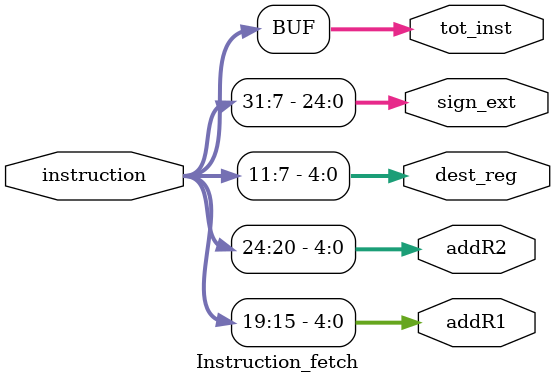
<source format=v>
module Instruction_fetch(input [31:0] instruction,
                         output reg [4:0]addR1,addR2,dest_reg, 
                         output reg [24:0] sign_ext,output reg [31:0] tot_inst);
  always @(*) begin
        
    addR1<=instruction[19:15];
    addR2<=instruction[24:20];
    dest_reg<=instruction[11:7];
    sign_ext<=instruction[31:7];
	tot_inst<=instruction;
    
  end
  
endmodule
</source>
